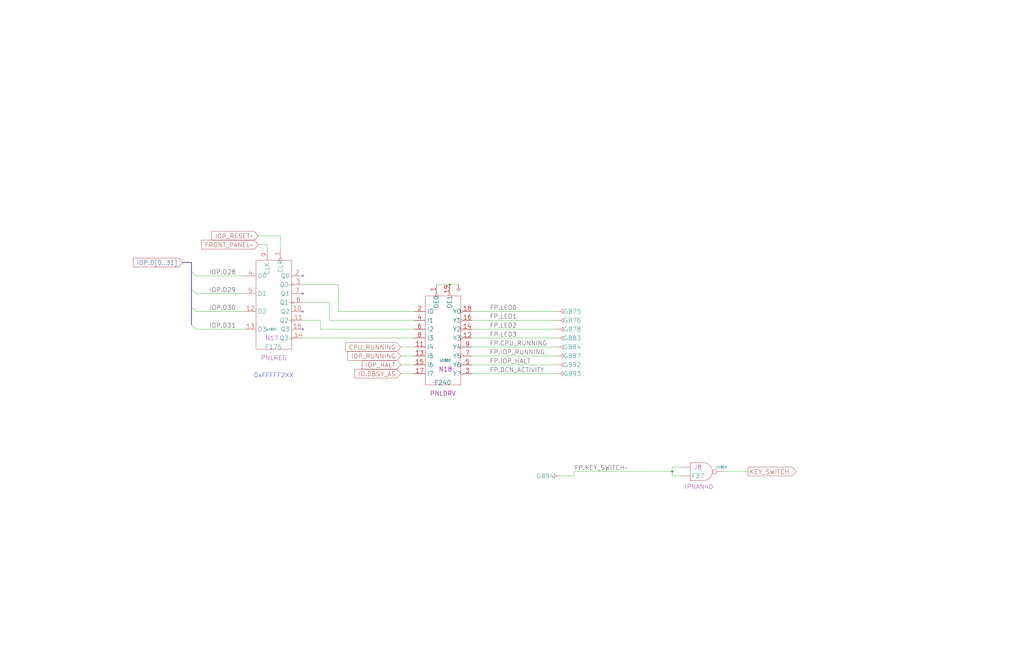
<source format=kicad_sch>
(kicad_sch (version 20220126) (generator eeschema)
  (paper "User" 584.2 378.46)
  (title_block (title "DEVICES\\nFRONT PANEL") (date "22-SEP-90") (rev "2.0") (comment 1 "IOC") (comment 2 "232-003061") (comment 3 "S400") (comment 4 "RELEASED"))
  (lib_symbols
    (symbol "r1000:F175" (pin_names (offset 1.016))
      (property "Reference" "U" (at 2.54 5.08 0))
      (property "Value" "F175" (at -1.27 -5.08 0))
      (property "Location" "___" (at -1.27 0 0))
      (property "Name" "______" (at 3.81 -12.7 0))
      (symbol "F175_1_1"
        (rectangle (start -6.35 44.45) (end 13.97 -6.35))
        (circle (center 7.62 45.085) (radius 0.635))
        (circle (center 14.605 0) (radius 0.635))
        (circle (center 14.605 10.16) (radius 0.635))
        (circle (center 14.605 20.32) (radius 0.635))
        (circle (center 14.605 30.48) (radius 0.635))
        (pin input line (at 7.62 50.8 270) (length 5.08) (name "CLR") (number "1"))
        (pin output line (at 20.32 15.24 180) (length 6.35) (name "Q2") (number "10"))
        (pin output line (at 20.32 10.16 180) (length 5.08) (name "Q2~") (number "11"))
        (pin input line (at -12.7 15.24 0) (length 6.35) (name "D2") (number "12"))
        (pin input line (at -12.7 5.08 0) (length 6.35) (name "D3") (number "13"))
        (pin output line (at 20.32 0 180) (length 5.08) (name "Q3~") (number "14"))
        (pin output line (at 20.32 5.08 180) (length 6.35) (name "Q3") (number "15"))
        (pin output line (at 20.32 35.56 180) (length 6.35) (name "Q0") (number "2"))
        (pin output line (at 20.32 30.48 180) (length 5.08) (name "Q0~") (number "3"))
        (pin input line (at -12.7 35.56 0) (length 6.35) (name "D0") (number "4"))
        (pin input line (at -12.7 25.4 0) (length 6.35) (name "D1") (number "5"))
        (pin output line (at 20.32 20.32 180) (length 5.08) (name "Q1~") (number "6"))
        (pin output line (at 20.32 25.4 180) (length 6.35) (name "Q1") (number "7"))
        (pin input line (at 0 50.8 270) (length 6.35) (name "CLK") (number "9"))
      )
    )
    (symbol "r1000:F240" (pin_names (offset 1.016))
      (property "Reference" "U" (at 2.54 5.08 0))
      (property "Value" "F240" (at -3.81 -7.62 0))
      (property "Location" "___" (at -1.27 0 0))
      (property "Name" "______" (at 1.27 -15.24 0))
      (symbol "F240_1_1"
        (rectangle (start -8.89 41.91) (end 11.43 -8.89))
        (circle (center -2.54 42.545) (radius 0.635))
        (circle (center 5.08 42.545) (radius 0.635))
        (circle (center 12.065 -2.54) (radius 0.635))
        (circle (center 12.065 2.54) (radius 0.635))
        (circle (center 12.065 7.62) (radius 0.635))
        (circle (center 12.065 12.7) (radius 0.635))
        (circle (center 12.065 17.78) (radius 0.635))
        (circle (center 12.065 22.86) (radius 0.635))
        (circle (center 12.065 27.94) (radius 0.635))
        (circle (center 12.065 33.02) (radius 0.635))
        (pin input line (at -2.54 48.26 270) (length 5.08) (name "OE0") (number "1"))
        (pin input line (at -15.24 12.7 0) (length 6.35) (name "I4") (number "11"))
        (pin tri_state line (at 17.78 17.78 180) (length 5.08) (name "Y3") (number "12"))
        (pin input line (at -15.24 7.62 0) (length 6.35) (name "I5") (number "13"))
        (pin tri_state line (at 17.78 22.86 180) (length 5.08) (name "Y2") (number "14"))
        (pin input line (at -15.24 2.54 0) (length 6.35) (name "I6") (number "15"))
        (pin tri_state line (at 17.78 27.94 180) (length 5.08) (name "Y1") (number "16"))
        (pin input line (at -15.24 -2.54 0) (length 6.35) (name "I7") (number "17"))
        (pin tri_state line (at 17.78 33.02 180) (length 5.08) (name "Y0") (number "18"))
        (pin input line (at 5.08 48.26 270) (length 5.08) (name "OE1") (number "19"))
        (pin input line (at -15.24 33.02 0) (length 6.35) (name "I0") (number "2"))
        (pin tri_state line (at 17.78 -2.54 180) (length 5.08) (name "Y7") (number "3"))
        (pin input line (at -15.24 27.94 0) (length 6.35) (name "I1") (number "4"))
        (pin tri_state line (at 17.78 2.54 180) (length 5.08) (name "Y6") (number "5"))
        (pin input line (at -15.24 22.86 0) (length 6.35) (name "I2") (number "6"))
        (pin tri_state line (at 17.78 7.62 180) (length 5.08) (name "Y5") (number "7"))
        (pin input line (at -15.24 17.78 0) (length 6.35) (name "I3") (number "8"))
        (pin tri_state line (at 17.78 12.7 180) (length 5.08) (name "Y4") (number "9"))
      )
    )
    (symbol "r1000:F37" (pin_numbers hide) (pin_names (offset 0) hide)
      (property "Reference" "U" (at 15.24 0 0))
      (property "Value" "F37" (at 1.905 -5.08 0))
      (property "Location" "___" (at 1.905 0 0))
      (property "Name" "______" (at 2.54 -12.7 0))
      (symbol "F37_0_1"
        (polyline (pts (xy -2.54 -7.62) (xy 5.08 -7.62)) (stroke (width 0.1524)))
        (polyline (pts (xy -2.54 2.54) (xy -2.54 -7.62)) (stroke (width 0.1524)))
        (polyline (pts (xy -2.54 2.54) (xy 5.08 2.54)) (stroke (width 0.1524)))
        (arc (start 5.08 -7.62) (mid 10.1282 -2.54) (end 5.08 2.54) (stroke (width 0.1524)))
        (circle (center 11.43 -2.54) (radius 1.27) (stroke (width 0.1524)))
      )
      (symbol "F37_0_2"
        (circle (center -3.81 -5.08) (radius 1.27) (stroke (width 0.1524)))
        (circle (center -3.81 0) (radius 1.27) (stroke (width 0.1524)))
        (arc (start -3.175 -7.62) (mid -2.134 -2.54) (end -3.175 2.54) (stroke (width 0.1524)))
        (polyline (pts (xy -3.175 -7.62) (xy 3.81 -7.62)) (stroke (width 0.1524)))
        (polyline (pts (xy -3.175 2.54) (xy 3.81 2.54)) (stroke (width 0.1524)))
        (arc (start 3.81 -7.62) (mid 7.5855 -5.8306) (end 10.16 -2.54) (stroke (width 0.1524)))
        (arc (start 10.16 -2.54) (mid 7.5827 0.7471) (end 3.81 2.54) (stroke (width 0.1524)))
      )
      (symbol "F37_1_1"
        (pin input line (at -7.62 0 0) (length 5.08) (name "D0") (number "1"))
        (pin input line (at -7.62 -5.08 0) (length 5.08) (name "D1") (number "2"))
        (pin output line (at 15.24 -2.54 180) (length 2.54) (name "Q") (number "3"))
      )
      (symbol "F37_1_2"
        (pin input line (at -7.62 0 0) (length 2.54) (name "D0") (number "1"))
        (pin input line (at -7.62 -5.08 0) (length 2.54) (name "D1") (number "2"))
        (pin output line (at 15.24 -2.54 180) (length 5.08) (name "Q") (number "3"))
      )
    )
    (symbol "r1000:GB" (pin_numbers hide) (pin_names (offset 0) hide)
      (property "Reference" "GB" (at 3.81 0 0))
      (symbol "GB_0_1"
        (polyline (pts (xy 2.54 0) (xy 3.81 1.27) (xy 3.81 -1.27) (xy 2.54 0)) (stroke (width 0.1524)))
      )
      (symbol "GB_1_1"
        (pin bidirectional line (at 0 0 0) (length 2.54) (name "") (number "1"))
      )
    )
    (symbol "r1000:PD" (power) (pin_numbers hide) (pin_names hide) (in_bom no)
      (symbol "PD_0_1"
        (polyline (pts (xy 0 -2.54) (xy 1.27 -2.54) (xy 0 -3.81) (xy -1.27 -2.54) (xy 0 -2.54)) (stroke (width 0.1524)))
      )
      (symbol "PD_1_1"
        (pin power_in line (at 0 0 270) (length 2.54) (name "PD") (number "1"))
      )
    )
  )
  (bus (pts (xy 104.14 149.86) (xy 109.22 149.86)))
  (bus (pts (xy 109.22 149.86) (xy 109.22 154.94)))
  (bus (pts (xy 109.22 154.94) (xy 109.22 165.1)))
  (bus (pts (xy 109.22 165.1) (xy 109.22 175.26)))
  (bus (pts (xy 109.22 175.26) (xy 109.22 185.42)))
  (wire (pts (xy 111.76 157.48) (xy 139.7 157.48)))
  (wire (pts (xy 111.76 167.64) (xy 139.7 167.64)))
  (wire (pts (xy 111.76 177.8) (xy 139.7 177.8)))
  (wire (pts (xy 111.76 187.96) (xy 139.7 187.96)))
  (wire (pts (xy 147.32 134.62) (xy 160.02 134.62)))
  (wire (pts (xy 147.32 139.7) (xy 152.4 139.7)))
  (wire (pts (xy 152.4 139.7) (xy 152.4 142.24)))
  (wire (pts (xy 160.02 134.62) (xy 160.02 142.24)))
  (wire (pts (xy 172.72 162.56) (xy 193.04 162.56)))
  (wire (pts (xy 172.72 182.88) (xy 182.88 182.88)))
  (wire (pts (xy 172.72 193.04) (xy 236.22 193.04)))
  (wire (pts (xy 182.88 182.88) (xy 182.88 187.96)))
  (wire (pts (xy 182.88 187.96) (xy 236.22 187.96)))
  (wire (pts (xy 187.96 172.72) (xy 172.72 172.72)))
  (wire (pts (xy 187.96 182.88) (xy 187.96 172.72)))
  (wire (pts (xy 193.04 162.56) (xy 193.04 177.8)))
  (wire (pts (xy 193.04 177.8) (xy 236.22 177.8)))
  (wire (pts (xy 228.6 198.12) (xy 236.22 198.12)))
  (wire (pts (xy 228.6 203.2) (xy 236.22 203.2)))
  (wire (pts (xy 228.6 208.28) (xy 236.22 208.28)))
  (wire (pts (xy 228.6 213.36) (xy 236.22 213.36)))
  (wire (pts (xy 236.22 182.88) (xy 187.96 182.88)))
  (wire (pts (xy 248.92 162.56) (xy 256.54 162.56)))
  (wire (pts (xy 256.54 162.56) (xy 261.62 162.56)))
  (wire (pts (xy 269.24 177.8) (xy 317.5 177.8)))
  (wire (pts (xy 269.24 182.88) (xy 317.5 182.88)))
  (wire (pts (xy 269.24 187.96) (xy 317.5 187.96)))
  (wire (pts (xy 269.24 193.04) (xy 317.5 193.04)))
  (wire (pts (xy 269.24 198.12) (xy 317.5 198.12)))
  (wire (pts (xy 269.24 203.2) (xy 317.5 203.2)))
  (wire (pts (xy 269.24 208.28) (xy 317.5 208.28)))
  (wire (pts (xy 269.24 213.36) (xy 317.5 213.36)))
  (wire (pts (xy 320.04 271.78) (xy 327.66 271.78)))
  (wire (pts (xy 327.66 269.24) (xy 383.54 269.24)))
  (wire (pts (xy 327.66 271.78) (xy 327.66 269.24)))
  (wire (pts (xy 383.54 266.7) (xy 388.62 266.7)))
  (wire (pts (xy 383.54 269.24) (xy 383.54 266.7)))
  (wire (pts (xy 383.54 271.78) (xy 383.54 269.24)))
  (wire (pts (xy 388.62 271.78) (xy 383.54 271.78)))
  (wire (pts (xy 411.48 269.24) (xy 426.72 269.24)))
  (global_label "IOP.D[0..31]" (shape input) (at 104.14 149.86 180) (effects (font (size 2.54 2.54))) (property "Intersheet References" "${INTERSHEET_REFS}" (at 75.234 149.86 0) (effects (font (size 1.905 1.905)) (justify right))))
  (bus_entry (at 109.22 154.94) (size 2.54 2.54))
  (bus_entry (at 109.22 165.1) (size 2.54 2.54))
  (bus_entry (at 109.22 175.26) (size 2.54 2.54))
  (bus_entry (at 109.22 185.42) (size 2.54 2.54))
  (label "IOP.D28" (at 119.38 157.48 0) (effects (font (size 2.54 2.54))))
  (label "IOP.D29" (at 119.38 167.64 0) (effects (font (size 2.54 2.54))))
  (label "IOP.D30" (at 119.38 177.8 0) (effects (font (size 2.54 2.54))))
  (label "IOP.D31" (at 119.38 187.96 0) (effects (font (size 2.54 2.54))))
  (text "0xFFFFF2XX" (at 144.78 215.9 0) (effects (font (size 2.54 2.54)) (justify left bottom)))
  (global_label "IOP_RESET~" (shape input) (at 147.32 134.62 180) (effects (font (size 2.54 2.54))) (property "Intersheet References" "${INTERSHEET_REFS}" (at 120.4625 134.4613 0) (effects (font (size 1.905 1.905)) (justify right))))
  (global_label "FRONT_PANEL~" (shape input) (at 147.32 139.7 180) (effects (font (size 2.54 2.54))) (property "Intersheet References" "${INTERSHEET_REFS}" (at 114.6568 139.5413 0) (effects (font (size 1.905 1.905)) (justify right))))
  (symbol (lib_id "r1000:F175") (at 152.4 193.04 0) (unit 1)
    (property "Reference" "U1801" (at 154.94 187.96 0))
    (property "Value" "F175" (at 151.13 198.12 0) (effects (font (size 2.54 2.54)) (justify left)))
    (property "Location" "N17" (at 151.13 193.04 0) (effects (font (size 2.54 2.54)) (justify left)))
    (property "Name" "PNLREG" (at 156.21 205.74 0) (effects (font (size 2.54 2.54)) (justify bottom)))
  )
  (no_connect (at 172.72 157.48))
  (no_connect (at 172.72 167.64))
  (no_connect (at 172.72 177.8))
  (no_connect (at 172.72 187.96))
  (global_label "CPU_RUNNING" (shape input) (at 228.6 198.12 180) (effects (font (size 2.54 2.54))) (property "Intersheet References" "${INTERSHEET_REFS}" (at 196.7835 197.9613 0) (effects (font (size 1.905 1.905)) (justify right))))
  (global_label "IOP_RUNNING" (shape input) (at 228.6 203.2 180) (effects (font (size 2.54 2.54))) (property "Intersheet References" "${INTERSHEET_REFS}" (at 198.114 203.0413 0) (effects (font (size 1.905 1.905)) (justify right))))
  (global_label "IOP_HALT" (shape input) (at 228.6 208.28 180) (effects (font (size 2.54 2.54))) (property "Intersheet References" "${INTERSHEET_REFS}" (at 206.2178 208.1213 0) (effects (font (size 1.905 1.905)) (justify right))))
  (global_label "IO.DBSY_AS" (shape input) (at 228.6 213.36 180) (effects (font (size 2.54 2.54))) (property "Intersheet References" "${INTERSHEET_REFS}" (at 202.1054 213.2013 0) (effects (font (size 1.905 1.905)) (justify right))))
  (symbol (lib_id "r1000:F240") (at 251.46 210.82 0) (unit 1)
    (property "Reference" "U1802" (at 254 205.74 0))
    (property "Value" "F240" (at 247.65 218.44 0) (effects (font (size 2.54 2.54)) (justify left)))
    (property "Location" "N18" (at 250.19 210.82 0) (effects (font (size 2.54 2.54)) (justify left)))
    (property "Name" "PNLDRV" (at 252.73 226.06 0) (effects (font (size 2.54 2.54)) (justify bottom)))
  )
  (junction (at 256.54 162.56))
  (symbol (lib_id "r1000:PD") (at 261.62 162.56 0) (unit 1) (in_bom no)
    (property "Reference" "#PWR01801" (effects hide))
    (property "Value" "PD" (effects hide))
  )
  (label "FP.LED0" (at 279.4 177.8 0) (effects (font (size 2.54 2.54))))
  (label "FP.LED1" (at 279.4 182.88 0) (effects (font (size 2.54 2.54))))
  (label "FP.LED2" (at 279.4 187.96 0) (effects (font (size 2.54 2.54))))
  (label "FP.LED3" (at 279.4 193.04 0) (effects (font (size 2.54 2.54))))
  (label "FP.CPU_RUNNING" (at 279.4 198.12 0) (effects (font (size 2.54 2.54))))
  (label "FP.IOP_RUNNING" (at 279.4 203.2 0) (effects (font (size 2.54 2.54))))
  (label "FP.IOP_HALT" (at 279.4 208.28 0) (effects (font (size 2.54 2.54))))
  (label "FP.DCN_ACTIVITY" (at 279.4 213.36 0) (effects (font (size 2.54 2.54))))
  (symbol (lib_id "r1000:GB") (at 317.5 177.8 0) (unit 1)
    (property "Reference" "GB75" (at 321.31 177.8 0) (effects (font (size 2.54 2.54)) (justify left)))
    (property "Value" "GB" (effects hide))
  )
  (symbol (lib_id "r1000:GB") (at 317.5 182.88 0) (unit 1)
    (property "Reference" "GB76" (at 321.31 182.88 0) (effects (font (size 2.54 2.54)) (justify left)))
    (property "Value" "GB" (effects hide))
  )
  (symbol (lib_id "r1000:GB") (at 317.5 187.96 0) (unit 1)
    (property "Reference" "GB78" (at 321.31 187.96 0) (effects (font (size 2.54 2.54)) (justify left)))
    (property "Value" "GB" (effects hide))
  )
  (symbol (lib_id "r1000:GB") (at 317.5 193.04 0) (unit 1)
    (property "Reference" "GB83" (at 321.31 193.04 0) (effects (font (size 2.54 2.54)) (justify left)))
    (property "Value" "GB" (effects hide))
  )
  (symbol (lib_id "r1000:GB") (at 317.5 198.12 0) (unit 1)
    (property "Reference" "GB84" (at 321.31 198.12 0) (effects (font (size 2.54 2.54)) (justify left)))
    (property "Value" "GB" (effects hide))
  )
  (symbol (lib_id "r1000:GB") (at 317.5 203.2 0) (unit 1)
    (property "Reference" "GB87" (at 321.31 203.2 0) (effects (font (size 2.54 2.54)) (justify left)))
    (property "Value" "GB" (effects hide))
  )
  (symbol (lib_id "r1000:GB") (at 317.5 208.28 0) (unit 1)
    (property "Reference" "GB92" (at 321.31 208.28 0) (effects (font (size 2.54 2.54)) (justify left)))
    (property "Value" "GB" (effects hide))
  )
  (symbol (lib_id "r1000:GB") (at 317.5 213.36 0) (unit 1)
    (property "Reference" "GB93" (at 321.31 213.36 0) (effects (font (size 2.54 2.54)) (justify left)))
    (property "Value" "GB" (effects hide))
  )
  (symbol (lib_id "r1000:GB") (at 320.04 271.78 0) (mirror y) (unit 1)
    (property "Reference" "GB94" (at 316.23 271.78 0) (effects (font (size 2.54 2.54)) (justify left)))
    (property "Value" "GB" (effects hide))
  )
  (label "FP.KEY_SWITCH~" (at 327.66 269.24 0) (effects (font (size 2.54 2.54))))
  (junction (at 383.54 269.24))
  (symbol (lib_id "r1000:F37") (at 396.24 266.7 0) (unit 1)
    (property "Reference" "U1803" (at 411.48 266.7 0))
    (property "Value" "F37" (at 398.145 271.78 0) (effects (font (size 2.54 2.54))))
    (property "Location" "J8" (at 398.145 266.7 0) (effects (font (size 2.54 2.54))))
    (property "Name" "IPNAN4D" (at 398.78 279.4 0) (effects (font (size 2.54 2.54)) (justify bottom)))
  )
  (global_label "KEY_SWITCH" (shape output) (at 426.72 269.24 0) (effects (font (size 2.54 2.54))) (property "Intersheet References" "${INTERSHEET_REFS}" (at 454.5451 269.0813 0) (effects (font (size 1.905 1.905)) (justify left))))
)
</source>
